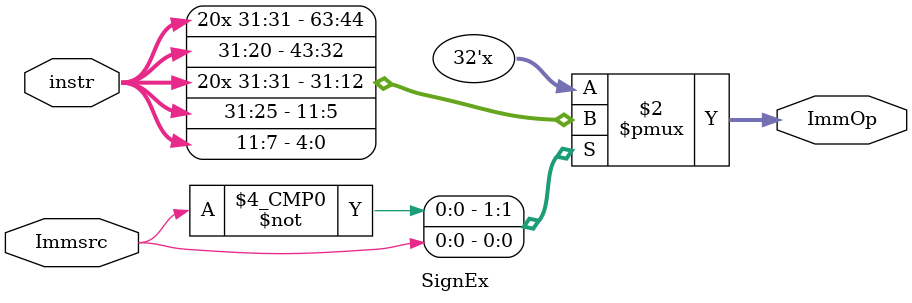
<source format=sv>
module SignEx#(
    parameter DATA_WIDTH = 32
)(
    input logic [DATA_WIDTH -1 :0] instr,
    input logic Immsrc,
    output logic [DATA_WIDTH -1 :0] ImmOp
);

    always_comb begin
        case (Immsrc)
            1'b0: begin // I-type
                ImmOp = {{20{instr[31]}}, instr[31:20]};
            end
            1'b1: begin // S-type
                ImmOp = {{20{instr[31]}}, instr[31:25], instr[11:7]};
            end
            default: ImmOp = 32'b0;
        endcase
    end
endmodule
</source>
